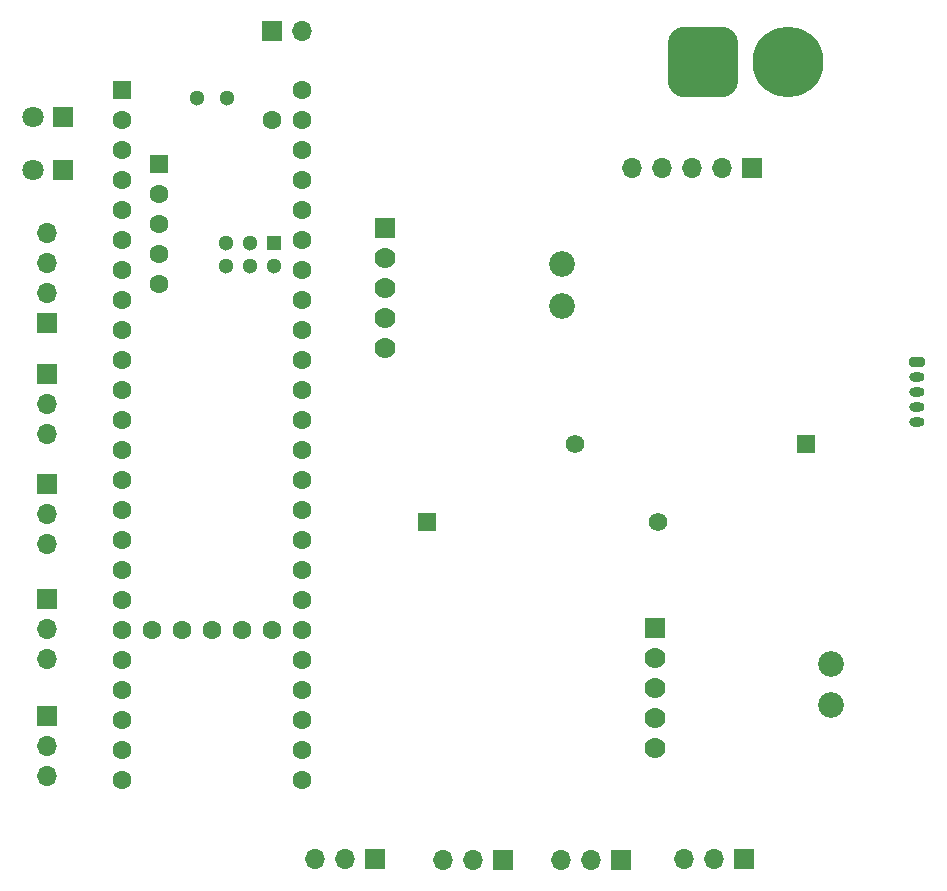
<source format=gbr>
%TF.GenerationSoftware,KiCad,Pcbnew,9.0.0*%
%TF.CreationDate,2025-04-19T22:44:30-05:00*%
%TF.ProjectId,HASP_Power_System,48415350-5f50-46f7-9765-725f53797374,rev?*%
%TF.SameCoordinates,Original*%
%TF.FileFunction,Soldermask,Bot*%
%TF.FilePolarity,Negative*%
%FSLAX46Y46*%
G04 Gerber Fmt 4.6, Leading zero omitted, Abs format (unit mm)*
G04 Created by KiCad (PCBNEW 9.0.0) date 2025-04-19 22:44:30*
%MOMM*%
%LPD*%
G01*
G04 APERTURE LIST*
G04 Aperture macros list*
%AMRoundRect*
0 Rectangle with rounded corners*
0 $1 Rounding radius*
0 $2 $3 $4 $5 $6 $7 $8 $9 X,Y pos of 4 corners*
0 Add a 4 corners polygon primitive as box body*
4,1,4,$2,$3,$4,$5,$6,$7,$8,$9,$2,$3,0*
0 Add four circle primitives for the rounded corners*
1,1,$1+$1,$2,$3*
1,1,$1+$1,$4,$5*
1,1,$1+$1,$6,$7*
1,1,$1+$1,$8,$9*
0 Add four rect primitives between the rounded corners*
20,1,$1+$1,$2,$3,$4,$5,0*
20,1,$1+$1,$4,$5,$6,$7,0*
20,1,$1+$1,$6,$7,$8,$9,0*
20,1,$1+$1,$8,$9,$2,$3,0*%
G04 Aperture macros list end*
%ADD10C,1.778000*%
%ADD11R,1.778000X1.778000*%
%ADD12R,1.574800X1.574800*%
%ADD13C,1.574800*%
%ADD14C,2.184400*%
%ADD15R,1.800000X1.800000*%
%ADD16C,1.800000*%
%ADD17RoundRect,1.500000X-1.500000X-1.500000X1.500000X-1.500000X1.500000X1.500000X-1.500000X1.500000X0*%
%ADD18C,6.000000*%
%ADD19R,1.700000X1.700000*%
%ADD20O,1.700000X1.700000*%
%ADD21RoundRect,0.200000X-0.450000X0.200000X-0.450000X-0.200000X0.450000X-0.200000X0.450000X0.200000X0*%
%ADD22O,1.300000X0.800000*%
%ADD23C,1.300000*%
%ADD24R,1.300000X1.300000*%
%ADD25C,1.600000*%
%ADD26R,1.600000X1.600000*%
G04 APERTURE END LIST*
D10*
%TO.C,J23*%
X144150000Y-94781300D03*
X144150000Y-92241300D03*
X144150000Y-89701300D03*
X144150000Y-87161300D03*
D11*
X144150000Y-84621300D03*
%TD*%
D12*
%TO.C,R8*%
X147701000Y-109474000D03*
D13*
X167259000Y-109474000D03*
%TD*%
D12*
%TO.C,R1*%
X179819000Y-102860000D03*
D13*
X160261000Y-102860000D03*
%TD*%
D14*
%TO.C,J22*%
X159122000Y-91180000D03*
X159122000Y-87680000D03*
%TD*%
D15*
%TO.C,D2*%
X116920000Y-75200000D03*
D16*
X114380000Y-75200000D03*
%TD*%
D15*
%TO.C,D1*%
X116944600Y-79640200D03*
D16*
X114404600Y-79640200D03*
%TD*%
D10*
%TO.C,J18*%
X167030000Y-128610000D03*
X167030000Y-126070000D03*
X167030000Y-123530000D03*
X167030000Y-120990000D03*
D11*
X167030000Y-118450000D03*
%TD*%
D14*
%TO.C,J20*%
X181942000Y-125016949D03*
X181942000Y-121516949D03*
%TD*%
D17*
%TO.C,J16*%
X171080000Y-70510000D03*
D18*
X178280000Y-70510000D03*
%TD*%
D19*
%TO.C,J15*%
X143360000Y-138030000D03*
D20*
X140820000Y-138030000D03*
X138280000Y-138030000D03*
%TD*%
D19*
%TO.C,J14*%
X154170000Y-138080000D03*
D20*
X151630000Y-138080000D03*
X149090000Y-138080000D03*
%TD*%
D19*
%TO.C,J13*%
X164160000Y-138070000D03*
D20*
X161620000Y-138070000D03*
X159080000Y-138070000D03*
%TD*%
D19*
%TO.C,J12*%
X174570000Y-138040000D03*
D20*
X172030000Y-138040000D03*
X169490000Y-138040000D03*
%TD*%
D19*
%TO.C,J11*%
X115520000Y-125900000D03*
D20*
X115520000Y-128440000D03*
X115520000Y-130980000D03*
%TD*%
D19*
%TO.C,J10*%
X115510000Y-115990000D03*
D20*
X115510000Y-118530000D03*
X115510000Y-121070000D03*
%TD*%
D19*
%TO.C,J9*%
X115540000Y-106250000D03*
D20*
X115540000Y-108790000D03*
X115540000Y-111330000D03*
%TD*%
D19*
%TO.C,J8*%
X115570000Y-96935000D03*
D20*
X115570000Y-99475000D03*
X115570000Y-102015000D03*
%TD*%
D21*
%TO.C,J7*%
X189200000Y-95980000D03*
D22*
X189200000Y-97230000D03*
X189200000Y-98480000D03*
X189200000Y-99730000D03*
X189200000Y-100980000D03*
%TD*%
D19*
%TO.C,J6*%
X115520000Y-92630000D03*
D20*
X115520000Y-90090000D03*
X115520000Y-87550000D03*
X115520000Y-85010000D03*
%TD*%
D19*
%TO.C,J5*%
X134580000Y-67945000D03*
D20*
X137120000Y-67945000D03*
%TD*%
D19*
%TO.C,J1*%
X175260000Y-79480000D03*
D20*
X172720000Y-79480000D03*
X170180000Y-79480000D03*
X167640000Y-79480000D03*
X165100000Y-79480000D03*
%TD*%
D23*
%TO.C,U3*%
X128290000Y-73600000D03*
X130830000Y-73600000D03*
X134741600Y-87840000D03*
X132741600Y-87840000D03*
X130741600Y-87840000D03*
X130741600Y-85840000D03*
X132741600Y-85840000D03*
D24*
X134741600Y-85840000D03*
D25*
X124990800Y-89329200D03*
X124990800Y-86789200D03*
X124990800Y-84249200D03*
X124990800Y-81709200D03*
D26*
X124990800Y-79169200D03*
D25*
X134640000Y-118590000D03*
X132100000Y-118590000D03*
X129560000Y-118590000D03*
X127020000Y-118590000D03*
X124480000Y-118590000D03*
X134640000Y-75410000D03*
X137180000Y-72870000D03*
X137180000Y-75410000D03*
X137180000Y-77950000D03*
X137180000Y-80490000D03*
X137180000Y-83030000D03*
X137180000Y-85570000D03*
X137180000Y-88110000D03*
X137180000Y-90650000D03*
X137180000Y-93190000D03*
X137180000Y-95730000D03*
X137180000Y-98270000D03*
X137180000Y-100810000D03*
X137180000Y-103350000D03*
X137180000Y-105890000D03*
X137180000Y-108430000D03*
X137180000Y-110970000D03*
X137180000Y-113510000D03*
X137180000Y-116050000D03*
X137180000Y-118590000D03*
X137180000Y-121130000D03*
X137180000Y-123670000D03*
X137180000Y-126210000D03*
X137180000Y-128750000D03*
X137180000Y-131290000D03*
X121940000Y-131290000D03*
X121940000Y-128750000D03*
X121940000Y-126210000D03*
X121940000Y-123670000D03*
X121940000Y-121130000D03*
X121940000Y-118590000D03*
X121940000Y-116050000D03*
X121940000Y-113510000D03*
X121940000Y-110970000D03*
X121940000Y-108430000D03*
X121940000Y-105890000D03*
X121940000Y-103350000D03*
X121940000Y-100810000D03*
X121940000Y-98270000D03*
X121940000Y-95730000D03*
X121940000Y-93190000D03*
X121940000Y-90650000D03*
X121940000Y-88110000D03*
X121940000Y-85570000D03*
X121940000Y-83030000D03*
X121940000Y-80490000D03*
X121940000Y-77950000D03*
X121940000Y-75410000D03*
D26*
X121940000Y-72870000D03*
%TD*%
M02*

</source>
